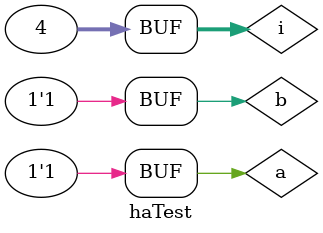
<source format=v>
`timescale 1ns/1ns
module ha(input a, b, output sum, carry);
    assign sum = a ^ b;
    assign carry = a & b;
endmodule

module haTest;
    reg a, b;
    wire sum, carry;
    integer i;

    ha uut(.a(a), .b(b), .sum(sum), .carry(carry));

    initial begin
        a <= 0;
        b <= 0;
        
        $monitor("a = %b    b = %b    sum = %b    carry = %b\n", a, b, sum, carry);
        $dumpfile("ha.vcd");
        $dumpvars(0, haTest);

        for(i = 0; i < 4; i = i + 1) begin
            {a, b} = i;
            #10;
        end
    end
endmodule
</source>
